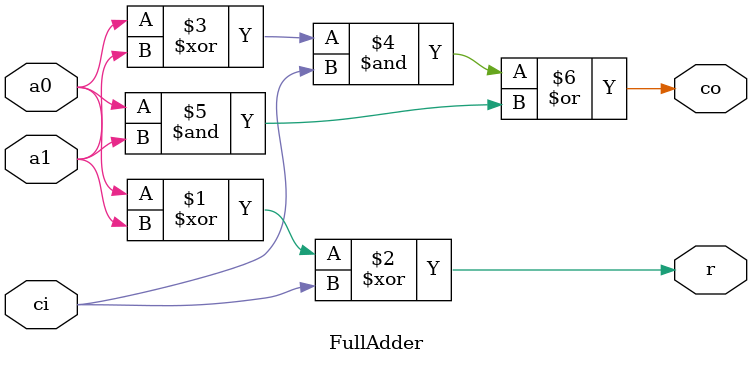
<source format=v>
module FullAdder(a0, a1, ci, r, co);
 
	input a0, a1, ci;
	
	output r, co;
	
	assign r = a0 ^ a1 ^ ci;
	assign co = (a0 ^ a1) & ci | a0 & a1;

endmodule

</source>
